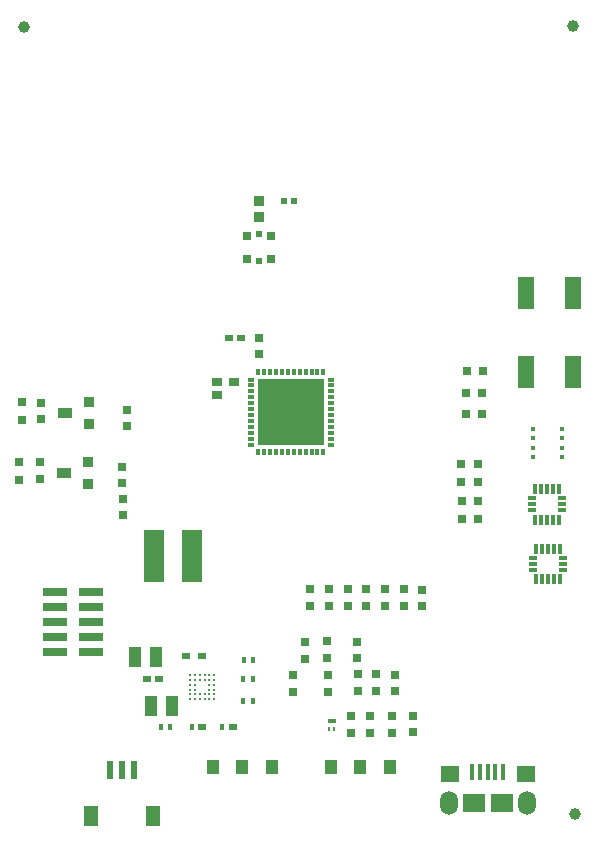
<source format=gbr>
%TF.GenerationSoftware,Altium Limited,Altium Designer,20.2.4 (192)*%
G04 Layer_Color=8421504*
%FSLAX26Y26*%
%MOIN*%
%TF.SameCoordinates,E8949934-62E6-4346-A9B8-0D5D28CF3135*%
%TF.FilePolarity,Positive*%
%TF.FileFunction,Paste,Top*%
%TF.Part,Single*%
G01*
G75*
%TA.AperFunction,SMDPad,CuDef*%
%ADD11C,0.039370*%
%ADD12R,0.030000X0.030000*%
%ADD13R,0.025000X0.020000*%
%TA.AperFunction,BGAPad,CuDef*%
%ADD14C,0.008268*%
%TA.AperFunction,SMDPad,CuDef*%
%ADD15R,0.017126X0.020000*%
%TA.AperFunction,BGAPad,CuDef*%
%ADD16R,0.015748X0.015748*%
%TA.AperFunction,SMDPad,CuDef*%
%ADD17R,0.030000X0.030000*%
%ADD18R,0.023622X0.061024*%
%ADD19R,0.047244X0.070866*%
%ADD20R,0.039370X0.047244*%
%TA.AperFunction,ConnectorPad*%
%ADD21R,0.079921X0.029921*%
%TA.AperFunction,SMDPad,CuDef*%
%ADD22R,0.039370X0.070866*%
%ADD23R,0.068898X0.177165*%
%ADD25R,0.031496X0.031496*%
%ADD26R,0.035433X0.031496*%
%ADD27R,0.055118X0.108268*%
%ADD28R,0.054724X0.108268*%
%ADD29R,0.011811X0.036417*%
%ADD30R,0.031496X0.011811*%
%ADD31R,0.027559X0.015748*%
%ADD32R,0.009842X0.015748*%
%ADD33R,0.220472X0.220472*%
%ADD34R,0.011811X0.021654*%
%ADD35R,0.021654X0.011811*%
%ADD36R,0.050000X0.036000*%
%ADD37R,0.036000X0.036000*%
%ADD38R,0.019291X0.020472*%
%TA.AperFunction,ConnectorPad*%
%ADD39R,0.015748X0.053150*%
%ADD40R,0.074803X0.061024*%
%ADD41R,0.062992X0.055118*%
%TA.AperFunction,SMDPad,CuDef*%
%ADD42R,0.029528X0.031496*%
%ADD43R,0.019685X0.022835*%
%ADD44R,0.037402X0.033465*%
%TA.AperFunction,OtherPad,Pad J3-6 (1486.834mil,93mil)*%
%ADD104O,0.059055X0.078740*%
%TA.AperFunction,OtherPad,Pad J3-6 (1746.677mil,93mil)*%
%ADD105O,0.059055X0.078740*%
D11*
X69882Y2681102D02*
D03*
X1899606Y2685039D02*
D03*
X1907480Y57544D02*
D03*
D12*
X1306102Y466654D02*
D03*
Y521654D02*
D03*
X1185000Y468000D02*
D03*
X1245000Y469000D02*
D03*
Y524000D02*
D03*
X1185000Y523000D02*
D03*
X1082677Y520669D02*
D03*
X1086614Y807087D02*
D03*
Y752087D02*
D03*
X1023622Y807087D02*
D03*
Y752087D02*
D03*
X1369094Y384842D02*
D03*
Y329842D02*
D03*
X1298228Y383740D02*
D03*
Y328740D02*
D03*
X1082020Y634010D02*
D03*
X400000Y1109000D02*
D03*
Y1054000D02*
D03*
X1223000Y328000D02*
D03*
Y383000D02*
D03*
X1161000Y329000D02*
D03*
Y384000D02*
D03*
X1082677Y465669D02*
D03*
X1009000Y575000D02*
D03*
Y630000D02*
D03*
X968990Y465000D02*
D03*
Y520000D02*
D03*
X1182000Y632000D02*
D03*
Y577000D02*
D03*
X1149606Y807087D02*
D03*
Y752087D02*
D03*
X1212598Y807087D02*
D03*
Y752087D02*
D03*
X1275591Y807087D02*
D03*
Y752087D02*
D03*
X1337000Y807000D02*
D03*
Y752000D02*
D03*
X1397000Y806000D02*
D03*
Y751000D02*
D03*
X124000Y1176000D02*
D03*
Y1231000D02*
D03*
X415000Y1405000D02*
D03*
Y1350000D02*
D03*
X397000Y1215000D02*
D03*
Y1160000D02*
D03*
X128000Y1428000D02*
D03*
Y1373000D02*
D03*
X853000Y1646000D02*
D03*
Y1591000D02*
D03*
D13*
X665354Y346457D02*
D03*
X520000Y509000D02*
D03*
X755000Y1645000D02*
D03*
X795000D02*
D03*
X663905Y586000D02*
D03*
X612095D02*
D03*
X480000Y509000D02*
D03*
X768346Y346457D02*
D03*
D14*
X641575Y440787D02*
D03*
X625827Y488031D02*
D03*
X704567Y456536D02*
D03*
X688819D02*
D03*
X673071D02*
D03*
X704567Y440787D02*
D03*
X688819D02*
D03*
X673071D02*
D03*
X657323D02*
D03*
X625827D02*
D03*
X657323Y456536D02*
D03*
X641575D02*
D03*
X625827D02*
D03*
X704567Y472284D02*
D03*
X688819D02*
D03*
X641575D02*
D03*
X625827D02*
D03*
X704567Y488031D02*
D03*
X688819D02*
D03*
X641575D02*
D03*
X704567Y503780D02*
D03*
X688819D02*
D03*
X673071D02*
D03*
X657323D02*
D03*
X641575D02*
D03*
X625827D02*
D03*
X704567Y519528D02*
D03*
X688819D02*
D03*
X673071D02*
D03*
X657323D02*
D03*
X641575D02*
D03*
X625827D02*
D03*
D15*
X802520Y507874D02*
D03*
X835276Y570866D02*
D03*
X803150D02*
D03*
X834646Y507874D02*
D03*
X833638Y436000D02*
D03*
X801512D02*
D03*
X559055Y346457D02*
D03*
X526929D02*
D03*
X629291D02*
D03*
X732284D02*
D03*
D16*
X1768756Y1342244D02*
D03*
X1863244Y1247756D02*
D03*
Y1279252D02*
D03*
Y1310748D02*
D03*
Y1342244D02*
D03*
X1768756Y1310748D02*
D03*
Y1279252D02*
D03*
Y1247756D02*
D03*
D17*
X1082020Y579010D02*
D03*
X1529646Y1099409D02*
D03*
X1584646D02*
D03*
X1528583Y1164292D02*
D03*
X1583583D02*
D03*
X1583661Y1225394D02*
D03*
X1528661D02*
D03*
X1599000Y1391000D02*
D03*
X1544000D02*
D03*
X1598693Y1461370D02*
D03*
X1543693D02*
D03*
X1547244Y1535433D02*
D03*
X1602244D02*
D03*
X1585630Y1041339D02*
D03*
X1530630D02*
D03*
D18*
X437370Y203000D02*
D03*
X358630D02*
D03*
X398000D02*
D03*
D19*
X295638Y50441D02*
D03*
X500362D02*
D03*
D20*
X1289480Y214362D02*
D03*
X1191055D02*
D03*
X1092630D02*
D03*
X700575D02*
D03*
X799000D02*
D03*
X897425D02*
D03*
D21*
X175000Y597000D02*
D03*
Y697000D02*
D03*
Y747000D02*
D03*
Y797000D02*
D03*
X295079Y597000D02*
D03*
Y647000D02*
D03*
Y697000D02*
D03*
Y747000D02*
D03*
Y797000D02*
D03*
X175000Y647000D02*
D03*
D22*
X512496Y581000D02*
D03*
X441630D02*
D03*
X494134Y418226D02*
D03*
X565000D02*
D03*
D23*
X630976Y919000D02*
D03*
X503024D02*
D03*
D25*
X62992Y1431102D02*
D03*
Y1372047D02*
D03*
X54000Y1231528D02*
D03*
Y1172472D02*
D03*
D26*
X715441Y1453347D02*
D03*
X770559Y1496653D02*
D03*
X715441D02*
D03*
D27*
X1901575Y1795276D02*
D03*
X1744094D02*
D03*
X1901575Y1529528D02*
D03*
D28*
X1744094D02*
D03*
D29*
X1853370Y1140689D02*
D03*
X1833685D02*
D03*
X1814000D02*
D03*
X1794315D02*
D03*
X1774630D02*
D03*
Y1039311D02*
D03*
X1794315D02*
D03*
X1814000D02*
D03*
X1833685D02*
D03*
X1853370D02*
D03*
X1857370Y840311D02*
D03*
X1837685D02*
D03*
X1818000D02*
D03*
X1798315D02*
D03*
X1778630D02*
D03*
Y941689D02*
D03*
X1798315D02*
D03*
X1818000D02*
D03*
X1837685D02*
D03*
X1857370D02*
D03*
D30*
X1763803Y1109685D02*
D03*
Y1090000D02*
D03*
Y1070315D02*
D03*
X1864197D02*
D03*
Y1090000D02*
D03*
Y1109685D02*
D03*
X1868197Y910685D02*
D03*
Y891000D02*
D03*
Y871315D02*
D03*
X1767803D02*
D03*
Y891000D02*
D03*
Y910685D02*
D03*
D31*
X1096000Y368000D02*
D03*
D32*
X1087142Y340441D02*
D03*
X1104858D02*
D03*
D33*
X960630Y1397638D02*
D03*
D34*
X1068898Y1264764D02*
D03*
X970472D02*
D03*
X950787D02*
D03*
X931102D02*
D03*
X911417D02*
D03*
X891732D02*
D03*
X872047D02*
D03*
X990158D02*
D03*
X1009842D02*
D03*
X1029527D02*
D03*
X1049213D02*
D03*
X852362D02*
D03*
X1049213Y1530512D02*
D03*
X970472D02*
D03*
X891732D02*
D03*
X1029527D02*
D03*
X1009842D02*
D03*
X990158D02*
D03*
X911417D02*
D03*
X931102D02*
D03*
X950787D02*
D03*
X872047D02*
D03*
X852362D02*
D03*
X1068898D02*
D03*
D35*
X1093504Y1309055D02*
D03*
Y1387795D02*
D03*
Y1466535D02*
D03*
Y1328740D02*
D03*
Y1348425D02*
D03*
Y1368110D02*
D03*
Y1446850D02*
D03*
Y1427165D02*
D03*
Y1407480D02*
D03*
Y1486220D02*
D03*
Y1505906D02*
D03*
Y1289370D02*
D03*
X827756Y1309055D02*
D03*
Y1387795D02*
D03*
Y1466535D02*
D03*
Y1328740D02*
D03*
Y1348425D02*
D03*
Y1368110D02*
D03*
Y1446850D02*
D03*
Y1427165D02*
D03*
Y1407480D02*
D03*
Y1486220D02*
D03*
Y1505906D02*
D03*
Y1289370D02*
D03*
D36*
X206000Y1395000D02*
D03*
X203000Y1195000D02*
D03*
D37*
X286000Y1432000D02*
D03*
Y1357000D02*
D03*
X283000Y1157000D02*
D03*
Y1232000D02*
D03*
D38*
X969945Y2101000D02*
D03*
X938055D02*
D03*
D39*
X1616755Y198315D02*
D03*
X1591165D02*
D03*
X1565574D02*
D03*
X1642346D02*
D03*
X1667937D02*
D03*
D40*
X1569511Y93000D02*
D03*
X1664000D02*
D03*
D41*
X1742740Y189456D02*
D03*
X1490771D02*
D03*
D42*
X813646Y1983071D02*
D03*
X894354D02*
D03*
Y1908268D02*
D03*
X813646D02*
D03*
D43*
X854000Y1991339D02*
D03*
Y1900000D02*
D03*
D44*
X855000Y2047425D02*
D03*
Y2100575D02*
D03*
D104*
X1486834Y93000D02*
D03*
D105*
X1746677D02*
D03*
%TF.MD5,3fc0fbe83cc2bde42ef3acd0fb487788*%
M02*

</source>
